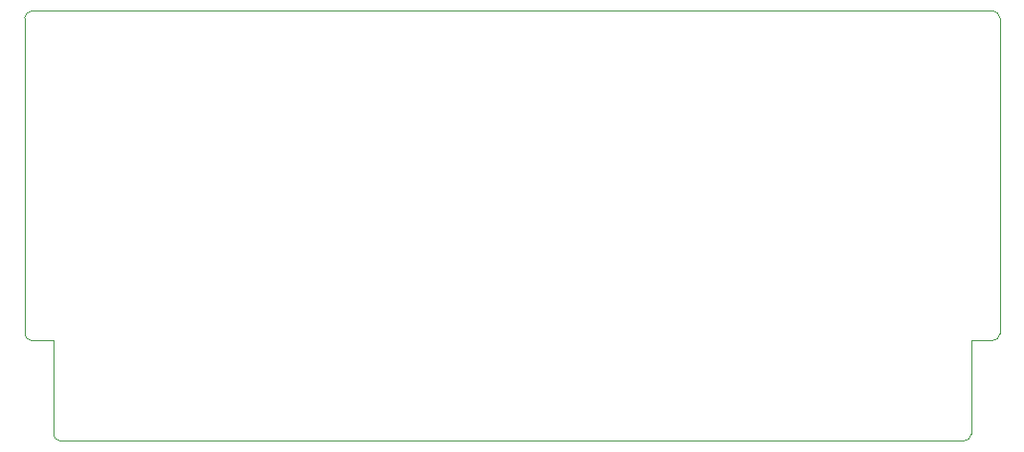
<source format=gbr>
%TF.GenerationSoftware,KiCad,Pcbnew,(6.0.2)*%
%TF.CreationDate,2024-04-26T11:10:43-07:00*%
%TF.ProjectId,RTC8088,52544338-3038-4382-9e6b-696361645f70,3.0*%
%TF.SameCoordinates,Original*%
%TF.FileFunction,Profile,NP*%
%FSLAX46Y46*%
G04 Gerber Fmt 4.6, Leading zero omitted, Abs format (unit mm)*
G04 Created by KiCad (PCBNEW (6.0.2)) date 2024-04-26 11:10:43*
%MOMM*%
%LPD*%
G01*
G04 APERTURE LIST*
%TA.AperFunction,Profile*%
%ADD10C,0.050000*%
%TD*%
G04 APERTURE END LIST*
D10*
X193040000Y-86360000D02*
X193040000Y-94615000D01*
X192405000Y-95250000D02*
G75*
G03*
X193040000Y-94615000I1J634999D01*
G01*
X194945000Y-86360000D02*
G75*
G03*
X195580000Y-85725000I1J634999D01*
G01*
X194945000Y-86360000D02*
X193040000Y-86360000D01*
X109855000Y-57150000D02*
X194945000Y-57150000D01*
X111760000Y-86360000D02*
X111760000Y-94615000D01*
X195580000Y-57785000D02*
G75*
G03*
X194945000Y-57150000I-634999J1D01*
G01*
X195580000Y-57785000D02*
X195580000Y-85725000D01*
X109855000Y-57150000D02*
G75*
G03*
X109220000Y-57785000I-1J-634999D01*
G01*
X111760000Y-94615000D02*
G75*
G03*
X112395000Y-95250000I634999J-1D01*
G01*
X109220000Y-85725000D02*
X109220000Y-57785000D01*
X111760000Y-86360000D02*
X109855000Y-86360000D01*
X109220000Y-85725000D02*
G75*
G03*
X109855000Y-86360000I634999J-1D01*
G01*
X192405000Y-95250000D02*
X112395000Y-95250000D01*
M02*

</source>
